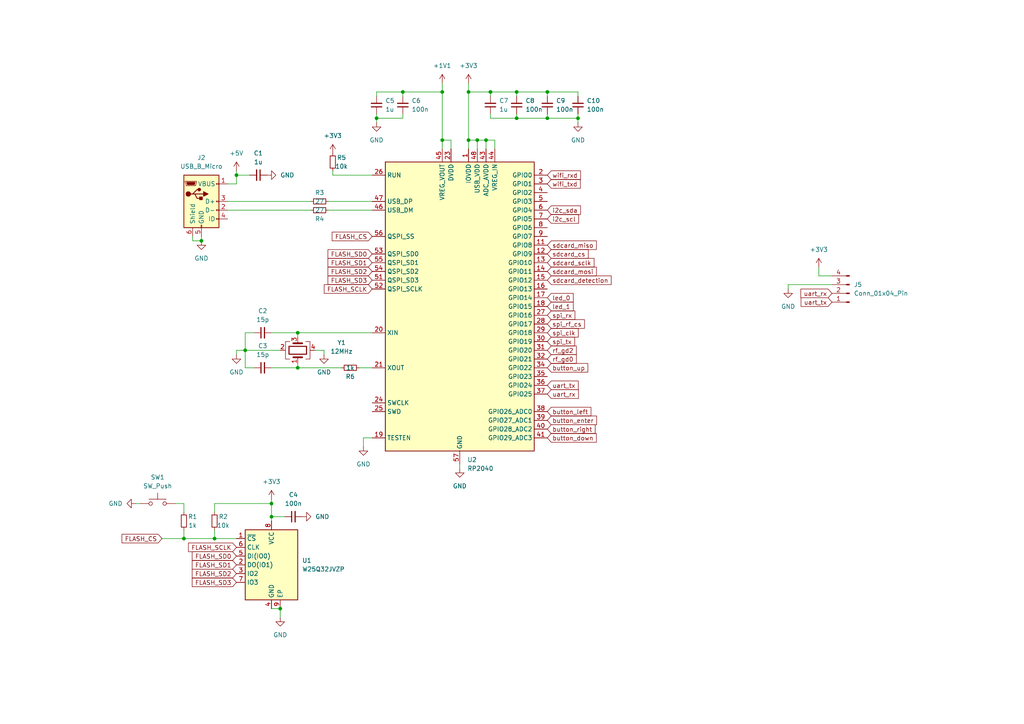
<source format=kicad_sch>
(kicad_sch (version 20230121) (generator eeschema)
  (paper "A4")
  (lib_symbols
    (symbol "Connector:Conn_01x04_Pin" (pin_names (offset 1.016) hide)
      (property "Reference" "J" (at 0 5.08 0))
      (property "Value" "Conn_01x04_Pin" (at 0 -7.62 0))
      (symbol "Conn_01x04_Pin_1_1"
        (polyline (pts (xy 1.27 -5.08) (xy 0.8636 -5.08)) (stroke (width 0.1524)))
        (polyline (pts (xy 1.27 -2.54) (xy 0.8636 -2.54)) (stroke (width 0.1524)))
        (polyline (pts (xy 1.27 0) (xy 0.8636 0)) (stroke (width 0.1524)))
        (polyline (pts (xy 1.27 2.54) (xy 0.8636 2.54)) (stroke (width 0.1524)))
        (rectangle (start 0.8636 -4.953) (end 0 -5.207) (stroke (width 0.1524)) (fill (type outline)))
        (rectangle (start 0.8636 -2.413) (end 0 -2.667) (stroke (width 0.1524)) (fill (type outline)))
        (rectangle (start 0.8636 0.127) (end 0 -0.127) (stroke (width 0.1524)) (fill (type outline)))
        (rectangle (start 0.8636 2.667) (end 0 2.413) (stroke (width 0.1524)) (fill (type outline)))
        (pin passive line (at 5.08 2.54 180) (length 3.81) (name "Pin_1") (number "1"))
        (pin passive line (at 5.08 0 180) (length 3.81) (name "Pin_2") (number "2"))
        (pin passive line (at 5.08 -2.54 180) (length 3.81) (name "Pin_3") (number "3"))
        (pin passive line (at 5.08 -5.08 180) (length 3.81) (name "Pin_4") (number "4"))
      )
    )
    (symbol "Connector:USB_B_Micro" (pin_names (offset 1.016))
      (property "Reference" "J" (at -5.08 11.43 0))
      (property "Value" "USB_B_Micro" (at -5.08 8.89 0))
      (symbol "USB_B_Micro_0_1"
        (rectangle (start -5.08 -7.62) (end 5.08 7.62) (stroke (width 0.254)) (fill (type background)))
        (circle (center -3.81 2.159) (radius 0.635) (stroke (width 0.254)) (fill (type outline)))
        (circle (center -0.635 3.429) (radius 0.381) (stroke (width 0.254)) (fill (type outline)))
        (rectangle (start -0.127 -7.62) (end 0.127 -6.858))
        (polyline (pts (xy -1.905 2.159) (xy 0.635 2.159)) (stroke (width 0.254)))
        (polyline (pts (xy -3.175 2.159) (xy -2.54 2.159) (xy -1.27 3.429) (xy -0.635 3.429)) (stroke (width 0.254)))
        (polyline (pts (xy -2.54 2.159) (xy -1.905 2.159) (xy -1.27 0.889) (xy 0 0.889)) (stroke (width 0.254)))
        (polyline (pts (xy 0.635 2.794) (xy 0.635 1.524) (xy 1.905 2.159) (xy 0.635 2.794)) (stroke (width 0.254)) (fill (type outline)))
        (polyline (pts (xy -4.318 5.588) (xy -1.778 5.588) (xy -2.032 4.826) (xy -4.064 4.826) (xy -4.318 5.588)) (fill (type outline)))
        (polyline (pts (xy -4.699 5.842) (xy -4.699 5.588) (xy -4.445 4.826) (xy -4.445 4.572) (xy -1.651 4.572) (xy -1.651 4.826) (xy -1.397 5.588) (xy -1.397 5.842) (xy -4.699 5.842)))
        (rectangle (start 0.254 1.27) (end -0.508 0.508) (stroke (width 0.254)) (fill (type outline)))
        (rectangle (start 5.08 -5.207) (end 4.318 -4.953))
        (rectangle (start 5.08 -2.667) (end 4.318 -2.413))
        (rectangle (start 5.08 -0.127) (end 4.318 0.127))
        (rectangle (start 5.08 4.953) (end 4.318 5.207))
      )
      (symbol "USB_B_Micro_1_1"
        (pin power_out line (at 7.62 5.08 180) (length 2.54) (name "VBUS") (number "1"))
        (pin bidirectional line (at 7.62 -2.54 180) (length 2.54) (name "D-") (number "2"))
        (pin bidirectional line (at 7.62 0 180) (length 2.54) (name "D+") (number "3"))
        (pin passive line (at 7.62 -5.08 180) (length 2.54) (name "ID") (number "4"))
        (pin power_out line (at 0 -10.16 90) (length 2.54) (name "GND") (number "5"))
        (pin passive line (at -2.54 -10.16 90) (length 2.54) (name "Shield") (number "6"))
      )
    )
    (symbol "Device:C_Small" (pin_numbers hide) (pin_names (offset 0.254) hide)
      (property "Reference" "C" (at 0.254 1.778 0))
      (property "Value" "C_Small" (at 0.254 -2.032 0))
      (symbol "C_Small_0_1"
        (polyline (pts (xy -1.524 -0.508) (xy 1.524 -0.508)) (stroke (width 0.3302)))
        (polyline (pts (xy -1.524 0.508) (xy 1.524 0.508)) (stroke (width 0.3048)))
      )
      (symbol "C_Small_1_1"
        (pin passive line (at 0 2.54 270) (length 2.032) (name "~") (number "1"))
        (pin passive line (at 0 -2.54 90) (length 2.032) (name "~") (number "2"))
      )
    )
    (symbol "Device:Crystal_GND24" (pin_names (offset 1.016) hide)
      (property "Reference" "Y" (at 3.175 5.08 0))
      (property "Value" "Crystal_GND24" (at 3.175 3.175 0))
      (symbol "Crystal_GND24_0_1"
        (rectangle (start -1.143 2.54) (end 1.143 -2.54) (stroke (width 0.3048)))
        (polyline (pts (xy -2.54 0) (xy -2.032 0)))
        (polyline (pts (xy -2.032 -1.27) (xy -2.032 1.27)) (stroke (width 0.508)))
        (polyline (pts (xy 0 -3.81) (xy 0 -3.556)))
        (polyline (pts (xy 0 3.556) (xy 0 3.81)))
        (polyline (pts (xy 2.032 -1.27) (xy 2.032 1.27)) (stroke (width 0.508)))
        (polyline (pts (xy 2.032 0) (xy 2.54 0)))
        (polyline (pts (xy -2.54 -2.286) (xy -2.54 -3.556) (xy 2.54 -3.556) (xy 2.54 -2.286)))
        (polyline (pts (xy -2.54 2.286) (xy -2.54 3.556) (xy 2.54 3.556) (xy 2.54 2.286)))
      )
      (symbol "Crystal_GND24_1_1"
        (pin passive line (at -3.81 0 0) (length 1.27) (name "1") (number "1"))
        (pin passive line (at 0 5.08 270) (length 1.27) (name "2") (number "2"))
        (pin passive line (at 3.81 0 180) (length 1.27) (name "3") (number "3"))
        (pin passive line (at 0 -5.08 90) (length 1.27) (name "4") (number "4"))
      )
    )
    (symbol "Device:R_Small" (pin_numbers hide) (pin_names (offset 0.254) hide)
      (property "Reference" "R" (at 0.762 0.508 0))
      (property "Value" "R_Small" (at 0.762 -1.016 0))
      (symbol "R_Small_0_1"
        (rectangle (start -0.762 1.778) (end 0.762 -1.778) (stroke (width 0.2032)))
      )
      (symbol "R_Small_1_1"
        (pin passive line (at 0 2.54 270) (length 0.762) (name "~") (number "1"))
        (pin passive line (at 0 -2.54 90) (length 0.762) (name "~") (number "2"))
      )
    )
    (symbol "MCU_RaspberryPi:RP2040"
      (property "Reference" "U" (at 17.78 45.72 0))
      (property "Value" "RP2040" (at 17.78 43.18 0))
      (symbol "RP2040_0_1"
        (rectangle (start -21.59 41.91) (end 21.59 -41.91) (stroke (width 0.254)) (fill (type background)))
      )
      (symbol "RP2040_1_1"
        (pin power_in line (at 2.54 45.72 270) (length 3.81) (name "IOVDD") (number "1"))
        (pin passive line (at 2.54 45.72 270) (length 3.81) hide (name "IOVDD") (number "10"))
        (pin bidirectional line (at 25.4 17.78 180) (length 3.81) (name "GPIO8") (number "11"))
        (pin bidirectional line (at 25.4 15.24 180) (length 3.81) (name "GPIO9") (number "12"))
        (pin bidirectional line (at 25.4 12.7 180) (length 3.81) (name "GPIO10") (number "13"))
        (pin bidirectional line (at 25.4 10.16 180) (length 3.81) (name "GPIO11") (number "14"))
        (pin bidirectional line (at 25.4 7.62 180) (length 3.81) (name "GPIO12") (number "15"))
        (pin bidirectional line (at 25.4 5.08 180) (length 3.81) (name "GPIO13") (number "16"))
        (pin bidirectional line (at 25.4 2.54 180) (length 3.81) (name "GPIO14") (number "17"))
        (pin bidirectional line (at 25.4 0 180) (length 3.81) (name "GPIO15") (number "18"))
        (pin input line (at -25.4 -38.1 0) (length 3.81) (name "TESTEN") (number "19"))
        (pin bidirectional line (at 25.4 38.1 180) (length 3.81) (name "GPIO0") (number "2"))
        (pin input line (at -25.4 -7.62 0) (length 3.81) (name "XIN") (number "20"))
        (pin passive line (at -25.4 -17.78 0) (length 3.81) (name "XOUT") (number "21"))
        (pin passive line (at 2.54 45.72 270) (length 3.81) hide (name "IOVDD") (number "22"))
        (pin power_in line (at -2.54 45.72 270) (length 3.81) (name "DVDD") (number "23"))
        (pin input line (at -25.4 -27.94 0) (length 3.81) (name "SWCLK") (number "24"))
        (pin bidirectional line (at -25.4 -30.48 0) (length 3.81) (name "SWD") (number "25"))
        (pin input line (at -25.4 38.1 0) (length 3.81) (name "RUN") (number "26"))
        (pin bidirectional line (at 25.4 -2.54 180) (length 3.81) (name "GPIO16") (number "27"))
        (pin bidirectional line (at 25.4 -5.08 180) (length 3.81) (name "GPIO17") (number "28"))
        (pin bidirectional line (at 25.4 -7.62 180) (length 3.81) (name "GPIO18") (number "29"))
        (pin bidirectional line (at 25.4 35.56 180) (length 3.81) (name "GPIO1") (number "3"))
        (pin bidirectional line (at 25.4 -10.16 180) (length 3.81) (name "GPIO19") (number "30"))
        (pin bidirectional line (at 25.4 -12.7 180) (length 3.81) (name "GPIO20") (number "31"))
        (pin bidirectional line (at 25.4 -15.24 180) (length 3.81) (name "GPIO21") (number "32"))
        (pin passive line (at 2.54 45.72 270) (length 3.81) hide (name "IOVDD") (number "33"))
        (pin bidirectional line (at 25.4 -17.78 180) (length 3.81) (name "GPIO22") (number "34"))
        (pin bidirectional line (at 25.4 -20.32 180) (length 3.81) (name "GPIO23") (number "35"))
        (pin bidirectional line (at 25.4 -22.86 180) (length 3.81) (name "GPIO24") (number "36"))
        (pin bidirectional line (at 25.4 -25.4 180) (length 3.81) (name "GPIO25") (number "37"))
        (pin bidirectional line (at 25.4 -30.48 180) (length 3.81) (name "GPIO26_ADC0") (number "38"))
        (pin bidirectional line (at 25.4 -33.02 180) (length 3.81) (name "GPIO27_ADC1") (number "39"))
        (pin bidirectional line (at 25.4 33.02 180) (length 3.81) (name "GPIO2") (number "4"))
        (pin bidirectional line (at 25.4 -35.56 180) (length 3.81) (name "GPIO28_ADC2") (number "40"))
        (pin bidirectional line (at 25.4 -38.1 180) (length 3.81) (name "GPIO29_ADC3") (number "41"))
        (pin passive line (at 2.54 45.72 270) (length 3.81) hide (name "IOVDD") (number "42"))
        (pin power_in line (at 7.62 45.72 270) (length 3.81) (name "ADC_AVDD") (number "43"))
        (pin power_in line (at 10.16 45.72 270) (length 3.81) (name "VREG_IN") (number "44"))
        (pin power_out line (at -5.08 45.72 270) (length 3.81) (name "VREG_VOUT") (number "45"))
        (pin bidirectional line (at -25.4 27.94 0) (length 3.81) (name "USB_DM") (number "46"))
        (pin bidirectional line (at -25.4 30.48 0) (length 3.81) (name "USB_DP") (number "47"))
        (pin power_in line (at 5.08 45.72 270) (length 3.81) (name "USB_VDD") (number "48"))
        (pin passive line (at 2.54 45.72 270) (length 3.81) hide (name "IOVDD") (number "49"))
        (pin bidirectional line (at 25.4 30.48 180) (length 3.81) (name "GPIO3") (number "5"))
        (pin passive line (at -2.54 45.72 270) (length 3.81) hide (name "DVDD") (number "50"))
        (pin bidirectional line (at -25.4 7.62 0) (length 3.81) (name "QSPI_SD3") (number "51"))
        (pin output line (at -25.4 5.08 0) (length 3.81) (name "QSPI_SCLK") (number "52"))
        (pin bidirectional line (at -25.4 15.24 0) (length 3.81) (name "QSPI_SD0") (number "53"))
        (pin bidirectional line (at -25.4 10.16 0) (length 3.81) (name "QSPI_SD2") (number "54"))
        (pin bidirectional line (at -25.4 12.7 0) (length 3.81) (name "QSPI_SD1") (number "55"))
        (pin bidirectional line (at -25.4 20.32 0) (length 3.81) (name "QSPI_SS") (number "56"))
        (pin power_in line (at 0 -45.72 90) (length 3.81) (name "GND") (number "57"))
        (pin bidirectional line (at 25.4 27.94 180) (length 3.81) (name "GPIO4") (number "6"))
        (pin bidirectional line (at 25.4 25.4 180) (length 3.81) (name "GPIO5") (number "7"))
        (pin bidirectional line (at 25.4 22.86 180) (length 3.81) (name "GPIO6") (number "8"))
        (pin bidirectional line (at 25.4 20.32 180) (length 3.81) (name "GPIO7") (number "9"))
      )
    )
    (symbol "Memory_Flash:W25Q32JVZP"
      (property "Reference" "U" (at -6.35 11.43 0))
      (property "Value" "W25Q32JVZP" (at 7.62 11.43 0))
      (symbol "W25Q32JVZP_0_1"
        (rectangle (start -7.62 10.16) (end 7.62 -10.16) (stroke (width 0.254)) (fill (type background)))
      )
      (symbol "W25Q32JVZP_1_1"
        (pin input line (at -10.16 7.62 0) (length 2.54) (name "~{CS}") (number "1"))
        (pin bidirectional line (at -10.16 0 0) (length 2.54) (name "DO(IO1)") (number "2"))
        (pin bidirectional line (at -10.16 -2.54 0) (length 2.54) (name "IO2") (number "3"))
        (pin power_in line (at 0 -12.7 90) (length 2.54) (name "GND") (number "4"))
        (pin bidirectional line (at -10.16 2.54 0) (length 2.54) (name "DI(IO0)") (number "5"))
        (pin input line (at -10.16 5.08 0) (length 2.54) (name "CLK") (number "6"))
        (pin bidirectional line (at -10.16 -5.08 0) (length 2.54) (name "IO3") (number "7"))
        (pin power_in line (at 0 12.7 270) (length 2.54) (name "VCC") (number "8"))
        (pin passive line (at 2.54 -12.7 90) (length 2.54) (name "EP") (number "9"))
      )
    )
    (symbol "Switch:SW_Push" (pin_numbers hide) (pin_names (offset 1.016) hide)
      (property "Reference" "SW" (at 1.27 2.54 0))
      (property "Value" "SW_Push" (at 0 -1.524 0))
      (symbol "SW_Push_0_1"
        (circle (center -2.032 0) (radius 0.508))
        (polyline (pts (xy 0 1.27) (xy 0 3.048)))
        (polyline (pts (xy 2.54 1.27) (xy -2.54 1.27)))
        (circle (center 2.032 0) (radius 0.508))
        (pin passive line (at -5.08 0 0) (length 2.54) (name "1") (number "1"))
        (pin passive line (at 5.08 0 180) (length 2.54) (name "2") (number "2"))
      )
    )
    (symbol "power:+1V1" (power) (pin_names (offset 0))
      (property "Value" "+1V1" (at 0 3.556 0))
      (symbol "+1V1_0_1"
        (polyline (pts (xy -0.762 1.27) (xy 0 2.54)))
        (polyline (pts (xy 0 0) (xy 0 2.54)))
        (polyline (pts (xy 0 2.54) (xy 0.762 1.27)))
      )
      (symbol "+1V1_1_1"
        (pin power_in line (at 0 0 90) (length 0) hide (name "+1V1") (number "1"))
      )
    )
    (symbol "power:+3V3" (power) (pin_names (offset 0))
      (property "Value" "+3V3" (at 0 3.556 0))
      (symbol "+3V3_0_1"
        (polyline (pts (xy -0.762 1.27) (xy 0 2.54)))
        (polyline (pts (xy 0 0) (xy 0 2.54)))
        (polyline (pts (xy 0 2.54) (xy 0.762 1.27)))
      )
      (symbol "+3V3_1_1"
        (pin power_in line (at 0 0 90) (length 0) hide (name "+3V3") (number "1"))
      )
    )
    (symbol "power:+5V" (power) (pin_names (offset 0))
      (property "Value" "+5V" (at 0 3.556 0))
      (symbol "+5V_0_1"
        (polyline (pts (xy -0.762 1.27) (xy 0 2.54)))
        (polyline (pts (xy 0 0) (xy 0 2.54)))
        (polyline (pts (xy 0 2.54) (xy 0.762 1.27)))
      )
      (symbol "+5V_1_1"
        (pin power_in line (at 0 0 90) (length 0) hide (name "+5V") (number "1"))
      )
    )
    (symbol "power:GND" (power) (pin_names (offset 0))
      (property "Value" "GND" (at 0 -3.81 0))
      (symbol "GND_0_1"
        (polyline (pts (xy 0 0) (xy 0 -1.27) (xy 1.27 -1.27) (xy 0 -2.54) (xy -1.27 -1.27) (xy 0 -1.27)))
      )
      (symbol "GND_1_1"
        (pin power_in line (at 0 0 270) (length 0) hide (name "GND") (number "1"))
      )
    )
  )
  (junction (at 158.75 26.67))
  (junction (at 58.42 69.85))
  (junction (at 167.64 34.29))
  (junction (at 138.43 40.64))
  (junction (at 135.89 26.67))
  (junction (at 62.23 156.21))
  (junction (at 140.97 40.64))
  (junction (at 53.34 156.21))
  (junction (at 86.36 106.68))
  (junction (at 135.89 40.64))
  (junction (at 142.24 26.67))
  (junction (at 86.36 96.52))
  (junction (at 149.86 26.67))
  (junction (at 149.86 34.29))
  (junction (at 128.27 40.64))
  (junction (at 128.27 26.67))
  (junction (at 78.74 146.05))
  (junction (at 81.28 176.53))
  (junction (at 68.58 50.8))
  (junction (at 158.75 34.29))
  (junction (at 78.74 149.86))
  (junction (at 109.22 34.29))
  (junction (at 116.84 26.67))
  (junction (at 71.12 101.6))
  (wire (pts (xy 116.84 26.67) (xy 116.84 27.94)))
  (wire (pts (xy 237.49 80.01) (xy 241.3 80.01)))
  (wire (pts (xy 78.74 106.68) (xy 86.36 106.68)))
  (wire (pts (xy 104.14 106.68) (xy 107.95 106.68)))
  (wire (pts (xy 55.88 68.58) (xy 55.88 69.85)))
  (wire (pts (xy 142.24 26.67) (xy 149.86 26.67)))
  (wire (pts (xy 86.36 106.68) (xy 99.06 106.68)))
  (wire (pts (xy 91.44 101.6) (xy 93.98 101.6)))
  (wire (pts (xy 68.58 101.6) (xy 71.12 101.6)))
  (wire (pts (xy 143.51 43.18) (xy 143.51 40.64)))
  (wire (pts (xy 39.37 146.05) (xy 40.64 146.05)))
  (wire (pts (xy 167.64 33.02) (xy 167.64 34.29)))
  (wire (pts (xy 109.22 34.29) (xy 116.84 34.29)))
  (wire (pts (xy 66.04 60.96) (xy 90.17 60.96)))
  (wire (pts (xy 71.12 96.52) (xy 73.66 96.52)))
  (wire (pts (xy 62.23 156.21) (xy 68.58 156.21)))
  (wire (pts (xy 95.25 60.96) (xy 107.95 60.96)))
  (wire (pts (xy 66.04 58.42) (xy 90.17 58.42)))
  (wire (pts (xy 167.64 27.94) (xy 167.64 26.67)))
  (wire (pts (xy 53.34 148.59) (xy 53.34 146.05)))
  (wire (pts (xy 53.34 153.67) (xy 53.34 156.21)))
  (wire (pts (xy 62.23 146.05) (xy 78.74 146.05)))
  (wire (pts (xy 62.23 153.67) (xy 62.23 156.21)))
  (wire (pts (xy 228.6 82.55) (xy 228.6 83.82)))
  (wire (pts (xy 93.98 102.87) (xy 93.98 101.6)))
  (wire (pts (xy 68.58 50.8) (xy 68.58 53.34)))
  (wire (pts (xy 133.35 134.62) (xy 133.35 135.89)))
  (wire (pts (xy 149.86 33.02) (xy 149.86 34.29)))
  (wire (pts (xy 109.22 27.94) (xy 109.22 26.67)))
  (wire (pts (xy 142.24 27.94) (xy 142.24 26.67)))
  (wire (pts (xy 53.34 156.21) (xy 62.23 156.21)))
  (wire (pts (xy 78.74 149.86) (xy 78.74 151.13)))
  (wire (pts (xy 140.97 40.64) (xy 143.51 40.64)))
  (wire (pts (xy 55.88 69.85) (xy 58.42 69.85)))
  (wire (pts (xy 68.58 50.8) (xy 72.39 50.8)))
  (wire (pts (xy 66.04 53.34) (xy 68.58 53.34)))
  (wire (pts (xy 149.86 26.67) (xy 158.75 26.67)))
  (wire (pts (xy 158.75 34.29) (xy 167.64 34.29)))
  (wire (pts (xy 78.74 149.86) (xy 82.55 149.86)))
  (wire (pts (xy 73.66 106.68) (xy 71.12 106.68)))
  (wire (pts (xy 71.12 101.6) (xy 71.12 96.52)))
  (wire (pts (xy 167.64 34.29) (xy 167.64 35.56)))
  (wire (pts (xy 78.74 144.78) (xy 78.74 146.05)))
  (wire (pts (xy 149.86 26.67) (xy 149.86 27.94)))
  (wire (pts (xy 86.36 96.52) (xy 78.74 96.52)))
  (wire (pts (xy 241.3 82.55) (xy 228.6 82.55)))
  (wire (pts (xy 109.22 33.02) (xy 109.22 34.29)))
  (wire (pts (xy 96.52 49.53) (xy 96.52 50.8)))
  (wire (pts (xy 68.58 102.87) (xy 68.58 101.6)))
  (wire (pts (xy 50.8 146.05) (xy 53.34 146.05)))
  (wire (pts (xy 158.75 26.67) (xy 167.64 26.67)))
  (wire (pts (xy 81.28 176.53) (xy 81.28 179.07)))
  (wire (pts (xy 158.75 26.67) (xy 158.75 27.94)))
  (wire (pts (xy 140.97 43.18) (xy 140.97 40.64)))
  (wire (pts (xy 109.22 26.67) (xy 116.84 26.67)))
  (wire (pts (xy 46.99 156.21) (xy 53.34 156.21)))
  (wire (pts (xy 105.41 129.54) (xy 105.41 127)))
  (wire (pts (xy 116.84 26.67) (xy 128.27 26.67)))
  (wire (pts (xy 78.74 146.05) (xy 78.74 149.86)))
  (wire (pts (xy 86.36 106.68) (xy 86.36 105.41)))
  (wire (pts (xy 135.89 26.67) (xy 135.89 40.64)))
  (wire (pts (xy 71.12 106.68) (xy 71.12 101.6)))
  (wire (pts (xy 86.36 97.79) (xy 86.36 96.52)))
  (wire (pts (xy 86.36 96.52) (xy 107.95 96.52)))
  (wire (pts (xy 237.49 77.47) (xy 237.49 80.01)))
  (wire (pts (xy 130.81 40.64) (xy 128.27 40.64)))
  (wire (pts (xy 81.28 101.6) (xy 71.12 101.6)))
  (wire (pts (xy 109.22 34.29) (xy 109.22 35.56)))
  (wire (pts (xy 68.58 49.53) (xy 68.58 50.8)))
  (wire (pts (xy 128.27 24.13) (xy 128.27 26.67)))
  (wire (pts (xy 78.74 176.53) (xy 81.28 176.53)))
  (wire (pts (xy 105.41 127) (xy 107.95 127)))
  (wire (pts (xy 58.42 68.58) (xy 58.42 69.85)))
  (wire (pts (xy 142.24 34.29) (xy 149.86 34.29)))
  (wire (pts (xy 128.27 40.64) (xy 128.27 43.18)))
  (wire (pts (xy 135.89 24.13) (xy 135.89 26.67)))
  (wire (pts (xy 116.84 33.02) (xy 116.84 34.29)))
  (wire (pts (xy 96.52 50.8) (xy 107.95 50.8)))
  (wire (pts (xy 135.89 40.64) (xy 135.89 43.18)))
  (wire (pts (xy 62.23 148.59) (xy 62.23 146.05)))
  (wire (pts (xy 138.43 43.18) (xy 138.43 40.64)))
  (wire (pts (xy 135.89 26.67) (xy 142.24 26.67)))
  (wire (pts (xy 142.24 33.02) (xy 142.24 34.29)))
  (wire (pts (xy 95.25 58.42) (xy 107.95 58.42)))
  (wire (pts (xy 135.89 40.64) (xy 138.43 40.64)))
  (wire (pts (xy 158.75 33.02) (xy 158.75 34.29)))
  (wire (pts (xy 130.81 43.18) (xy 130.81 40.64)))
  (wire (pts (xy 138.43 40.64) (xy 140.97 40.64)))
  (wire (pts (xy 128.27 26.67) (xy 128.27 40.64)))
  (wire (pts (xy 149.86 34.29) (xy 158.75 34.29)))
  (global_label "wifi_rxd" (shape input) (at 158.75 50.8 0) (property "Intersheetrefs" "${INTERSHEET_REFS}" (effects hide)))
  (global_label "sdcard_miso" (shape input) (at 158.75 71.12 0) (property "Intersheetrefs" "${INTERSHEET_REFS}" (effects hide)))
  (global_label "FLASH_SCLK" (shape input) (at 68.58 158.75 180) (property "Intersheetrefs" "${INTERSHEET_REFS}" (effects hide)))
  (global_label "FLASH_CS" (shape input) (at 46.99 156.21 180) (property "Intersheetrefs" "${INTERSHEET_REFS}" (effects hide)))
  (global_label "uart_tx" (shape input) (at 158.75 111.76 0) (property "Intersheetrefs" "${INTERSHEET_REFS}" (effects hide)))
  (global_label "uart_rx" (shape input) (at 241.3 85.09 180) (property "Intersheetrefs" "${INTERSHEET_REFS}" (effects hide)))
  (global_label "spi_rf_cs" (shape input) (at 158.75 93.98 0) (property "Intersheetrefs" "${INTERSHEET_REFS}" (effects hide)))
  (global_label "i2c_sda" (shape input) (at 158.75 60.96 0) (property "Intersheetrefs" "${INTERSHEET_REFS}" (effects hide)))
  (global_label "FLASH_SD2" (shape input) (at 107.95 78.74 180) (property "Intersheetrefs" "${INTERSHEET_REFS}" (effects hide)))
  (global_label "uart_tx" (shape input) (at 241.3 87.63 180) (property "Intersheetrefs" "${INTERSHEET_REFS}" (effects hide)))
  (global_label "led_1" (shape input) (at 158.75 88.9 0) (property "Intersheetrefs" "${INTERSHEET_REFS}" (effects hide)))
  (global_label "sdcard_cs" (shape input) (at 158.75 73.66 0) (property "Intersheetrefs" "${INTERSHEET_REFS}" (effects hide)))
  (global_label "rf_gd2" (shape input) (at 158.75 101.6 0) (property "Intersheetrefs" "${INTERSHEET_REFS}" (effects hide)))
  (global_label "wifi_txd" (shape input) (at 158.75 53.34 0) (property "Intersheetrefs" "${INTERSHEET_REFS}" (effects hide)))
  (global_label "uart_rx" (shape input) (at 158.75 114.3 0) (property "Intersheetrefs" "${INTERSHEET_REFS}" (effects hide)))
  (global_label "sdcard_sclk" (shape input) (at 158.75 76.2 0) (property "Intersheetrefs" "${INTERSHEET_REFS}" (effects hide)))
  (global_label "led_0" (shape input) (at 158.75 86.36 0) (property "Intersheetrefs" "${INTERSHEET_REFS}" (effects hide)))
  (global_label "sdcard_mosi" (shape input) (at 158.75 78.74 0) (property "Intersheetrefs" "${INTERSHEET_REFS}" (effects hide)))
  (global_label "i2c_scl" (shape input) (at 158.75 63.5 0) (property "Intersheetrefs" "${INTERSHEET_REFS}" (effects hide)))
  (global_label "button_left" (shape input) (at 158.75 119.38 0) (property "Intersheetrefs" "${INTERSHEET_REFS}" (effects hide)))
  (global_label "spi_tx" (shape input) (at 158.75 99.06 0) (property "Intersheetrefs" "${INTERSHEET_REFS}" (effects hide)))
  (global_label "FLASH_SD0" (shape input) (at 68.58 161.29 180) (property "Intersheetrefs" "${INTERSHEET_REFS}" (effects hide)))
  (global_label "spi_rx" (shape input) (at 158.75 91.44 0) (property "Intersheetrefs" "${INTERSHEET_REFS}" (effects hide)))
  (global_label "button_right" (shape input) (at 158.75 124.46 0) (property "Intersheetrefs" "${INTERSHEET_REFS}" (effects hide)))
  (global_label "button_enter" (shape input) (at 158.75 121.92 0) (property "Intersheetrefs" "${INTERSHEET_REFS}" (effects hide)))
  (global_label "FLASH_CS" (shape input) (at 107.95 68.58 180) (property "Intersheetrefs" "${INTERSHEET_REFS}" (effects hide)))
  (global_label "FLASH_SD2" (shape input) (at 68.58 166.37 180) (property "Intersheetrefs" "${INTERSHEET_REFS}" (effects hide)))
  (global_label "rf_gd0" (shape input) (at 158.75 104.14 0) (property "Intersheetrefs" "${INTERSHEET_REFS}" (effects hide)))
  (global_label "sdcard_detection" (shape input) (at 158.75 81.28 0) (property "Intersheetrefs" "${INTERSHEET_REFS}" (effects hide)))
  (global_label "FLASH_SD3" (shape input) (at 68.58 168.91 180) (property "Intersheetrefs" "${INTERSHEET_REFS}" (effects hide)))
  (global_label "FLASH_SCLK" (shape input) (at 107.95 83.82 180) (property "Intersheetrefs" "${INTERSHEET_REFS}" (effects hide)))
  (global_label "button_down" (shape input) (at 158.75 127 0) (property "Intersheetrefs" "${INTERSHEET_REFS}" (effects hide)))
  (global_label "FLASH_SD3" (shape input) (at 107.95 81.28 180) (property "Intersheetrefs" "${INTERSHEET_REFS}" (effects hide)))
  (global_label "FLASH_SD1" (shape input) (at 107.95 76.2 180) (property "Intersheetrefs" "${INTERSHEET_REFS}" (effects hide)))
  (global_label "FLASH_SD1" (shape input) (at 68.58 163.83 180) (property "Intersheetrefs" "${INTERSHEET_REFS}" (effects hide)))
  (global_label "FLASH_SD0" (shape input) (at 107.95 73.66 180) (property "Intersheetrefs" "${INTERSHEET_REFS}" (effects hide)))
  (global_label "button_up" (shape input) (at 158.75 106.68 0) (property "Intersheetrefs" "${INTERSHEET_REFS}" (effects hide)))
  (global_label "spi_clk" (shape input) (at 158.75 96.52 0) (property "Intersheetrefs" "${INTERSHEET_REFS}" (effects hide)))
  (symbol (lib_id "Device:R_Small") (at 101.6 106.68 90) (unit 1)
    (property "Reference" "R6" (at 101.6 109.22 90))
    (property "Value" "1k" (at 101.6 106.68 90))
    (property "Footprint" "Resistor_SMD:R_0603_1608Metric" (effects hide))
  )
  (symbol (lib_id "power:GND") (at 87.63 149.86 90) (unit 1)
    (property "Reference" "#PWR08" (effects hide))
    (property "Value" "GND" (at 91.44 149.86 90) (effects (justify right)))
  )
  (symbol (lib_id "Connector:Conn_01x04_Pin") (at 246.38 85.09 180) (unit 1)
    (property "Reference" "J5" (at 247.65 82.55 0) (effects (justify right)))
    (property "Value" "Conn_01x04_Pin" (at 247.65 85.09 0) (effects (justify right)))
    (property "Footprint" "Connector_PinHeader_2.54mm:PinHeader_1x04_P2.54mm_Horizontal" (effects hide))
  )
  (symbol (lib_id "power:GND") (at 109.22 35.56 0) (unit 1)
    (property "Reference" "#PWR012" (effects hide))
    (property "Value" "GND" (at 109.22 40.64 0))
  )
  (symbol (lib_id "power:GND") (at 58.42 69.85 0) (unit 1)
    (property "Reference" "#PWR02" (effects hide))
    (property "Value" "GND" (at 58.42 74.93 0))
  )
  (symbol (lib_id "power:GND") (at 68.58 102.87 0) (unit 1)
    (property "Reference" "#PWR04" (effects hide))
    (property "Value" "GND" (at 68.58 107.95 0))
  )
  (symbol (lib_id "Device:C_Small") (at 74.93 50.8 270) (unit 1)
    (property "Reference" "C1" (at 74.9236 44.45 90))
    (property "Value" "1u" (at 74.9236 46.99 90))
    (property "Footprint" "Capacitor_SMD:C_0603_1608Metric" (effects hide))
  )
  (symbol (lib_id "Device:C_Small") (at 158.75 30.48 180) (unit 1)
    (property "Reference" "C9" (at 161.29 29.2036 0) (effects (justify right)))
    (property "Value" "100n" (at 161.29 31.7436 0) (effects (justify right)))
    (property "Footprint" "Capacitor_SMD:C_0603_1608Metric" (effects hide))
  )
  (symbol (lib_id "power:+3V3") (at 96.52 44.45 0) (unit 1)
    (property "Reference" "#PWR010" (effects hide))
    (property "Value" "+3V3" (at 96.52 39.37 0))
  )
  (symbol (lib_id "Device:C_Small") (at 109.22 30.48 180) (unit 1)
    (property "Reference" "C5" (at 111.76 29.2036 0) (effects (justify right)))
    (property "Value" "1u" (at 111.76 31.7436 0) (effects (justify right)))
    (property "Footprint" "Capacitor_SMD:C_0603_1608Metric" (effects hide))
  )
  (symbol (lib_id "power:GND") (at 167.64 35.56 0) (unit 1)
    (property "Reference" "#PWR020" (effects hide))
    (property "Value" "GND" (at 167.64 40.64 0))
  )
  (symbol (lib_id "Device:R_Small") (at 92.71 58.42 90) (unit 1)
    (property "Reference" "R3" (at 92.71 55.88 90))
    (property "Value" "27" (at 92.71 58.42 90))
    (property "Footprint" "Resistor_SMD:R_0603_1608Metric" (effects hide))
  )
  (symbol (lib_id "power:GND") (at 228.6 83.82 0) (unit 1)
    (property "Reference" "#PWR062" (effects hide))
    (property "Value" "GND" (at 228.6 88.9 0))
  )
  (symbol (lib_id "power:GND") (at 93.98 102.87 0) (unit 1)
    (property "Reference" "#PWR09" (effects hide))
    (property "Value" "GND" (at 93.98 107.95 0))
  )
  (symbol (lib_id "Device:C_Small") (at 142.24 30.48 180) (unit 1)
    (property "Reference" "C7" (at 144.78 29.2036 0) (effects (justify right)))
    (property "Value" "1u" (at 144.78 31.7436 0) (effects (justify right)))
    (property "Footprint" "Capacitor_SMD:C_0603_1608Metric" (effects hide))
  )
  (symbol (lib_id "Connector:USB_B_Micro") (at 58.42 58.42 0) (unit 1)
    (property "Reference" "J2" (at 58.42 45.72 0))
    (property "Value" "USB_B_Micro" (at 58.42 48.26 0))
    (property "Footprint" "Connector_USB:USB_Micro-B_Amphenol_10118193-0001LF_Horizontal" (effects hide))
    (property "JLCPCB Part #" "C132562" (effects hide))
  )
  (symbol (lib_id "power:GND") (at 133.35 135.89 0) (unit 1)
    (property "Reference" "#PWR014" (effects hide))
    (property "Value" "GND" (at 133.35 140.97 0))
  )
  (symbol (lib_id "Device:C_Small") (at 149.86 30.48 180) (unit 1)
    (property "Reference" "C8" (at 152.4 29.2036 0) (effects (justify right)))
    (property "Value" "100n" (at 152.4 31.7436 0) (effects (justify right)))
    (property "Footprint" "Capacitor_SMD:C_0603_1608Metric" (effects hide))
  )
  (symbol (lib_id "Device:C_Small") (at 116.84 30.48 180) (unit 1)
    (property "Reference" "C6" (at 119.38 29.2036 0) (effects (justify right)))
    (property "Value" "100n" (at 119.38 31.7436 0) (effects (justify right)))
    (property "Footprint" "Capacitor_SMD:C_0603_1608Metric" (effects hide))
  )
  (symbol (lib_id "Switch:SW_Push") (at 45.72 146.05 0) (unit 1)
    (property "Reference" "SW1" (at 45.72 138.43 0))
    (property "Value" "SW_Push" (at 45.72 140.97 0))
    (property "Footprint" "Button_Switch_SMD:SW_Push_SPST_NO_Alps_SKRK" (effects hide))
    (property "JLCPCB Part #" "C115357" (effects hide))
  )
  (symbol (lib_id "Device:C_Small") (at 85.09 149.86 90) (unit 1)
    (property "Reference" "C4" (at 85.0963 143.51 90))
    (property "Value" "100n" (at 85.0963 146.05 90))
    (property "Footprint" "Capacitor_SMD:C_0603_1608Metric" (effects hide))
  )
  (symbol (lib_id "Device:R_Small") (at 62.23 151.13 180) (unit 1)
    (property "Reference" "R2" (at 64.77 149.86 0))
    (property "Value" "10k" (at 64.77 152.4 0))
    (property "Footprint" "Resistor_SMD:R_0603_1608Metric" (effects hide))
  )
  (symbol (lib_id "power:GND") (at 81.28 179.07 0) (unit 1)
    (property "Reference" "#PWR07" (effects hide))
    (property "Value" "GND" (at 81.28 184.15 0))
  )
  (symbol (lib_id "Device:R_Small") (at 92.71 60.96 90) (unit 1)
    (property "Reference" "R4" (at 92.71 63.5 90))
    (property "Value" "27" (at 92.71 60.96 90))
    (property "Footprint" "Resistor_SMD:R_0603_1608Metric" (effects hide))
  )
  (symbol (lib_id "power:+1V1") (at 128.27 24.13 0) (unit 1)
    (property "Reference" "#PWR013" (effects hide))
    (property "Value" "+1V1" (at 128.27 19.05 0))
  )
  (symbol (lib_id "Device:C_Small") (at 76.2 96.52 90) (unit 1)
    (property "Reference" "C2" (at 76.2063 90.17 90))
    (property "Value" "15p" (at 76.2063 92.71 90))
    (property "Footprint" "Capacitor_SMD:C_0603_1608Metric" (effects hide))
  )
  (symbol (lib_id "MCU_RaspberryPi:RP2040") (at 133.35 88.9 0) (unit 1)
    (property "Reference" "U2" (at 135.5441 133.35 0) (effects (justify left)))
    (property "Value" "RP2040" (at 135.5441 135.89 0) (effects (justify left)))
    (property "Footprint" "Package_DFN_QFN:QFN-56-1EP_7x7mm_P0.4mm_EP3.2x3.2mm" (effects hide))
    (property "Datasheet" "https://datasheets.raspberrypi.com/rp2040/rp2040-datasheet.pdf" (effects hide))
    (property "JLCPCB Part #" "C2040" (effects hide))
  )
  (symbol (lib_id "Device:R_Small") (at 96.52 46.99 180) (unit 1)
    (property "Reference" "R5" (at 99.06 45.72 0))
    (property "Value" "10k" (at 99.06 48.26 0))
    (property "Footprint" "Resistor_SMD:R_0603_1608Metric" (effects hide))
  )
  (symbol (lib_id "power:+3V3") (at 237.49 77.47 0) (unit 1)
    (property "Reference" "#PWR063" (effects hide))
    (property "Value" "+3V3" (at 237.49 72.39 0))
  )
  (symbol (lib_id "power:GND") (at 39.37 146.05 270) (unit 1)
    (property "Reference" "#PWR01" (effects hide))
    (property "Value" "GND" (at 35.56 146.05 90) (effects (justify right)))
  )
  (symbol (lib_id "Device:C_Small") (at 167.64 30.48 180) (unit 1)
    (property "Reference" "C10" (at 170.18 29.2036 0) (effects (justify right)))
    (property "Value" "100n" (at 170.18 31.7436 0) (effects (justify right)))
    (property "Footprint" "Capacitor_SMD:C_0603_1608Metric" (effects hide))
  )
  (symbol (lib_id "Device:Crystal_GND24") (at 86.36 101.6 90) (unit 1)
    (property "Reference" "Y1" (at 99.06 99.3841 90))
    (property "Value" "12MHz" (at 99.06 101.9241 90))
    (property "Footprint" "Crystal:Crystal_SMD_3225-4Pin_3.2x2.5mm" (effects hide))
    (property "JLCPCB Part #" "C524716" (effects hide))
  )
  (symbol (lib_id "power:+3V3") (at 135.89 24.13 0) (unit 1)
    (property "Reference" "#PWR015" (effects hide))
    (property "Value" "+3V3" (at 135.89 19.05 0))
  )
  (symbol (lib_id "power:GND") (at 105.41 129.54 0) (unit 1)
    (property "Reference" "#PWR011" (effects hide))
    (property "Value" "GND" (at 105.41 134.62 0))
  )
  (symbol (lib_id "Device:R_Small") (at 53.34 151.13 180) (unit 1)
    (property "Reference" "R1" (at 55.88 149.86 0))
    (property "Value" "1k" (at 55.88 152.4 0))
    (property "Footprint" "Resistor_SMD:R_0603_1608Metric" (effects hide))
  )
  (symbol (lib_id "power:+3V3") (at 78.74 144.78 0) (unit 1)
    (property "Reference" "#PWR06" (effects hide))
    (property "Value" "+3V3" (at 78.74 139.7 0))
  )
  (symbol (lib_id "Memory_Flash:W25Q32JVZP") (at 78.74 163.83 0) (unit 1)
    (property "Reference" "U1" (at 87.63 162.56 0) (effects (justify left)))
    (property "Value" "W25Q32JVZP" (at 87.63 165.1 0) (effects (justify left)))
    (property "Footprint" "Package_SON:WSON-8-1EP_6x5mm_P1.27mm_EP3.4x4.3mm" (effects hide))
    (property "Datasheet" "http://www.winbond.com/resource-files/w25q32jv%20revg%2003272018%20plus.pdf" (effects hide))
    (property "JLCPCB Part #" "C2940197" (effects hide))
  )
  (symbol (lib_id "power:GND") (at 77.47 50.8 90) (unit 1)
    (property "Reference" "#PWR05" (effects hide))
    (property "Value" "GND" (at 81.28 50.8 90) (effects (justify right)))
  )
  (symbol (lib_id "Device:C_Small") (at 76.2 106.68 90) (unit 1)
    (property "Reference" "C3" (at 76.2063 100.33 90))
    (property "Value" "15p" (at 76.2063 102.87 90))
    (property "Footprint" "Capacitor_SMD:C_0603_1608Metric" (effects hide))
  )
  (symbol (lib_id "power:+5V") (at 68.58 49.53 0) (unit 1)
    (property "Reference" "#PWR03" (effects hide))
    (property "Value" "+5V" (at 68.58 44.45 0))
  )
)
</source>
